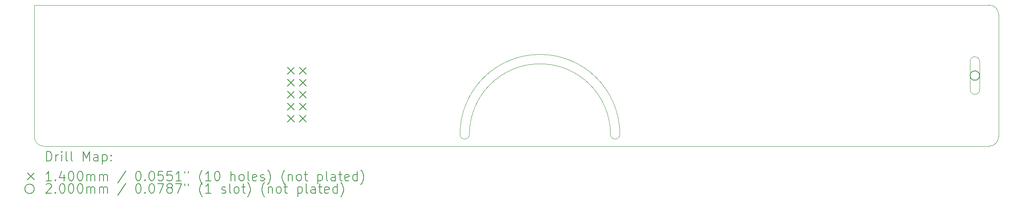
<source format=gbr>
%TF.GenerationSoftware,KiCad,Pcbnew,9.0.5*%
%TF.CreationDate,2026-01-13T02:28:26+08:00*%
%TF.ProjectId,epd-pcb-ruler,6570642d-7063-4622-9d72-756c65722e6b,rev?*%
%TF.SameCoordinates,Original*%
%TF.FileFunction,Drillmap*%
%TF.FilePolarity,Positive*%
%FSLAX45Y45*%
G04 Gerber Fmt 4.5, Leading zero omitted, Abs format (unit mm)*
G04 Created by KiCad (PCBNEW 9.0.5) date 2026-01-13 02:28:26*
%MOMM*%
%LPD*%
G01*
G04 APERTURE LIST*
%ADD10C,0.050000*%
%ADD11C,0.200000*%
%ADD12C,0.140000*%
%ADD13C,0.100000*%
G04 APERTURE END LIST*
D10*
X12706000Y-11132000D02*
G75*
G02*
X16106000Y-11132000I1700000J0D01*
G01*
X12906000Y-11132000D02*
G75*
G02*
X15906000Y-11132000I1500000J0D01*
G01*
X24156000Y-11182000D02*
G75*
G02*
X23956000Y-11382000I-200000J0D01*
G01*
X23956000Y-8382000D02*
G75*
G02*
X24156000Y-8582000I0J-200000D01*
G01*
X23956000Y-11382000D02*
X3856000Y-11382000D01*
X3656000Y-11182000D02*
X3656000Y-8382000D01*
X3856000Y-11382000D02*
G75*
G02*
X3656000Y-11182000I0J200000D01*
G01*
X16106000Y-11132000D02*
G75*
G02*
X15906000Y-11132000I-100000J0D01*
G01*
X3656000Y-8382000D02*
X23956000Y-8382000D01*
X12906000Y-11132000D02*
G75*
G02*
X12706000Y-11132000I-100000J0D01*
G01*
X24156000Y-8582000D02*
X24156000Y-11182000D01*
D11*
D12*
X9042500Y-9707950D02*
X9182500Y-9847950D01*
X9182500Y-9707950D02*
X9042500Y-9847950D01*
X9042500Y-9961950D02*
X9182500Y-10101950D01*
X9182500Y-9961950D02*
X9042500Y-10101950D01*
X9042500Y-10215950D02*
X9182500Y-10355950D01*
X9182500Y-10215950D02*
X9042500Y-10355950D01*
X9042500Y-10469950D02*
X9182500Y-10609950D01*
X9182500Y-10469950D02*
X9042500Y-10609950D01*
X9042500Y-10723950D02*
X9182500Y-10863950D01*
X9182500Y-10723950D02*
X9042500Y-10863950D01*
X9296500Y-9707950D02*
X9436500Y-9847950D01*
X9436500Y-9707950D02*
X9296500Y-9847950D01*
X9296500Y-9961950D02*
X9436500Y-10101950D01*
X9436500Y-9961950D02*
X9296500Y-10101950D01*
X9296500Y-10215950D02*
X9436500Y-10355950D01*
X9436500Y-10215950D02*
X9296500Y-10355950D01*
X9296500Y-10469950D02*
X9436500Y-10609950D01*
X9436500Y-10469950D02*
X9296500Y-10609950D01*
X9296500Y-10723950D02*
X9436500Y-10863950D01*
X9436500Y-10723950D02*
X9296500Y-10863950D01*
D11*
X23752429Y-9882000D02*
G75*
G02*
X23552429Y-9882000I-100000J0D01*
G01*
X23552429Y-9882000D02*
G75*
G02*
X23752429Y-9882000I100000J0D01*
G01*
D13*
X23552429Y-9582000D02*
X23552429Y-10182000D01*
X23752429Y-10182000D02*
G75*
G02*
X23552429Y-10182000I-100000J0D01*
G01*
X23752429Y-10182000D02*
X23752429Y-9582000D01*
X23752429Y-9582000D02*
G75*
G03*
X23552429Y-9582000I-100000J0D01*
G01*
D11*
X3914277Y-11695984D02*
X3914277Y-11495984D01*
X3914277Y-11495984D02*
X3961896Y-11495984D01*
X3961896Y-11495984D02*
X3990467Y-11505508D01*
X3990467Y-11505508D02*
X4009515Y-11524555D01*
X4009515Y-11524555D02*
X4019039Y-11543603D01*
X4019039Y-11543603D02*
X4028562Y-11581698D01*
X4028562Y-11581698D02*
X4028562Y-11610269D01*
X4028562Y-11610269D02*
X4019039Y-11648365D01*
X4019039Y-11648365D02*
X4009515Y-11667412D01*
X4009515Y-11667412D02*
X3990467Y-11686460D01*
X3990467Y-11686460D02*
X3961896Y-11695984D01*
X3961896Y-11695984D02*
X3914277Y-11695984D01*
X4114277Y-11695984D02*
X4114277Y-11562650D01*
X4114277Y-11600746D02*
X4123801Y-11581698D01*
X4123801Y-11581698D02*
X4133324Y-11572174D01*
X4133324Y-11572174D02*
X4152372Y-11562650D01*
X4152372Y-11562650D02*
X4171420Y-11562650D01*
X4238086Y-11695984D02*
X4238086Y-11562650D01*
X4238086Y-11495984D02*
X4228563Y-11505508D01*
X4228563Y-11505508D02*
X4238086Y-11515031D01*
X4238086Y-11515031D02*
X4247610Y-11505508D01*
X4247610Y-11505508D02*
X4238086Y-11495984D01*
X4238086Y-11495984D02*
X4238086Y-11515031D01*
X4361896Y-11695984D02*
X4342848Y-11686460D01*
X4342848Y-11686460D02*
X4333324Y-11667412D01*
X4333324Y-11667412D02*
X4333324Y-11495984D01*
X4466658Y-11695984D02*
X4447610Y-11686460D01*
X4447610Y-11686460D02*
X4438086Y-11667412D01*
X4438086Y-11667412D02*
X4438086Y-11495984D01*
X4695229Y-11695984D02*
X4695229Y-11495984D01*
X4695229Y-11495984D02*
X4761896Y-11638841D01*
X4761896Y-11638841D02*
X4828563Y-11495984D01*
X4828563Y-11495984D02*
X4828563Y-11695984D01*
X5009515Y-11695984D02*
X5009515Y-11591222D01*
X5009515Y-11591222D02*
X4999991Y-11572174D01*
X4999991Y-11572174D02*
X4980944Y-11562650D01*
X4980944Y-11562650D02*
X4942848Y-11562650D01*
X4942848Y-11562650D02*
X4923801Y-11572174D01*
X5009515Y-11686460D02*
X4990467Y-11695984D01*
X4990467Y-11695984D02*
X4942848Y-11695984D01*
X4942848Y-11695984D02*
X4923801Y-11686460D01*
X4923801Y-11686460D02*
X4914277Y-11667412D01*
X4914277Y-11667412D02*
X4914277Y-11648365D01*
X4914277Y-11648365D02*
X4923801Y-11629317D01*
X4923801Y-11629317D02*
X4942848Y-11619793D01*
X4942848Y-11619793D02*
X4990467Y-11619793D01*
X4990467Y-11619793D02*
X5009515Y-11610269D01*
X5104753Y-11562650D02*
X5104753Y-11762650D01*
X5104753Y-11572174D02*
X5123801Y-11562650D01*
X5123801Y-11562650D02*
X5161896Y-11562650D01*
X5161896Y-11562650D02*
X5180944Y-11572174D01*
X5180944Y-11572174D02*
X5190467Y-11581698D01*
X5190467Y-11581698D02*
X5199991Y-11600746D01*
X5199991Y-11600746D02*
X5199991Y-11657888D01*
X5199991Y-11657888D02*
X5190467Y-11676936D01*
X5190467Y-11676936D02*
X5180944Y-11686460D01*
X5180944Y-11686460D02*
X5161896Y-11695984D01*
X5161896Y-11695984D02*
X5123801Y-11695984D01*
X5123801Y-11695984D02*
X5104753Y-11686460D01*
X5285705Y-11676936D02*
X5295229Y-11686460D01*
X5295229Y-11686460D02*
X5285705Y-11695984D01*
X5285705Y-11695984D02*
X5276182Y-11686460D01*
X5276182Y-11686460D02*
X5285705Y-11676936D01*
X5285705Y-11676936D02*
X5285705Y-11695984D01*
X5285705Y-11572174D02*
X5295229Y-11581698D01*
X5295229Y-11581698D02*
X5285705Y-11591222D01*
X5285705Y-11591222D02*
X5276182Y-11581698D01*
X5276182Y-11581698D02*
X5285705Y-11572174D01*
X5285705Y-11572174D02*
X5285705Y-11591222D01*
D12*
X3513500Y-11954500D02*
X3653500Y-12094500D01*
X3653500Y-11954500D02*
X3513500Y-12094500D01*
D11*
X4019039Y-12115984D02*
X3904753Y-12115984D01*
X3961896Y-12115984D02*
X3961896Y-11915984D01*
X3961896Y-11915984D02*
X3942848Y-11944555D01*
X3942848Y-11944555D02*
X3923801Y-11963603D01*
X3923801Y-11963603D02*
X3904753Y-11973127D01*
X4104753Y-12096936D02*
X4114277Y-12106460D01*
X4114277Y-12106460D02*
X4104753Y-12115984D01*
X4104753Y-12115984D02*
X4095229Y-12106460D01*
X4095229Y-12106460D02*
X4104753Y-12096936D01*
X4104753Y-12096936D02*
X4104753Y-12115984D01*
X4285705Y-11982650D02*
X4285705Y-12115984D01*
X4238086Y-11906460D02*
X4190467Y-12049317D01*
X4190467Y-12049317D02*
X4314277Y-12049317D01*
X4428563Y-11915984D02*
X4447610Y-11915984D01*
X4447610Y-11915984D02*
X4466658Y-11925508D01*
X4466658Y-11925508D02*
X4476182Y-11935031D01*
X4476182Y-11935031D02*
X4485705Y-11954079D01*
X4485705Y-11954079D02*
X4495229Y-11992174D01*
X4495229Y-11992174D02*
X4495229Y-12039793D01*
X4495229Y-12039793D02*
X4485705Y-12077888D01*
X4485705Y-12077888D02*
X4476182Y-12096936D01*
X4476182Y-12096936D02*
X4466658Y-12106460D01*
X4466658Y-12106460D02*
X4447610Y-12115984D01*
X4447610Y-12115984D02*
X4428563Y-12115984D01*
X4428563Y-12115984D02*
X4409515Y-12106460D01*
X4409515Y-12106460D02*
X4399991Y-12096936D01*
X4399991Y-12096936D02*
X4390467Y-12077888D01*
X4390467Y-12077888D02*
X4380944Y-12039793D01*
X4380944Y-12039793D02*
X4380944Y-11992174D01*
X4380944Y-11992174D02*
X4390467Y-11954079D01*
X4390467Y-11954079D02*
X4399991Y-11935031D01*
X4399991Y-11935031D02*
X4409515Y-11925508D01*
X4409515Y-11925508D02*
X4428563Y-11915984D01*
X4619039Y-11915984D02*
X4638086Y-11915984D01*
X4638086Y-11915984D02*
X4657134Y-11925508D01*
X4657134Y-11925508D02*
X4666658Y-11935031D01*
X4666658Y-11935031D02*
X4676182Y-11954079D01*
X4676182Y-11954079D02*
X4685705Y-11992174D01*
X4685705Y-11992174D02*
X4685705Y-12039793D01*
X4685705Y-12039793D02*
X4676182Y-12077888D01*
X4676182Y-12077888D02*
X4666658Y-12096936D01*
X4666658Y-12096936D02*
X4657134Y-12106460D01*
X4657134Y-12106460D02*
X4638086Y-12115984D01*
X4638086Y-12115984D02*
X4619039Y-12115984D01*
X4619039Y-12115984D02*
X4599991Y-12106460D01*
X4599991Y-12106460D02*
X4590467Y-12096936D01*
X4590467Y-12096936D02*
X4580944Y-12077888D01*
X4580944Y-12077888D02*
X4571420Y-12039793D01*
X4571420Y-12039793D02*
X4571420Y-11992174D01*
X4571420Y-11992174D02*
X4580944Y-11954079D01*
X4580944Y-11954079D02*
X4590467Y-11935031D01*
X4590467Y-11935031D02*
X4599991Y-11925508D01*
X4599991Y-11925508D02*
X4619039Y-11915984D01*
X4771420Y-12115984D02*
X4771420Y-11982650D01*
X4771420Y-12001698D02*
X4780944Y-11992174D01*
X4780944Y-11992174D02*
X4799991Y-11982650D01*
X4799991Y-11982650D02*
X4828563Y-11982650D01*
X4828563Y-11982650D02*
X4847610Y-11992174D01*
X4847610Y-11992174D02*
X4857134Y-12011222D01*
X4857134Y-12011222D02*
X4857134Y-12115984D01*
X4857134Y-12011222D02*
X4866658Y-11992174D01*
X4866658Y-11992174D02*
X4885705Y-11982650D01*
X4885705Y-11982650D02*
X4914277Y-11982650D01*
X4914277Y-11982650D02*
X4933325Y-11992174D01*
X4933325Y-11992174D02*
X4942848Y-12011222D01*
X4942848Y-12011222D02*
X4942848Y-12115984D01*
X5038086Y-12115984D02*
X5038086Y-11982650D01*
X5038086Y-12001698D02*
X5047610Y-11992174D01*
X5047610Y-11992174D02*
X5066658Y-11982650D01*
X5066658Y-11982650D02*
X5095229Y-11982650D01*
X5095229Y-11982650D02*
X5114277Y-11992174D01*
X5114277Y-11992174D02*
X5123801Y-12011222D01*
X5123801Y-12011222D02*
X5123801Y-12115984D01*
X5123801Y-12011222D02*
X5133325Y-11992174D01*
X5133325Y-11992174D02*
X5152372Y-11982650D01*
X5152372Y-11982650D02*
X5180944Y-11982650D01*
X5180944Y-11982650D02*
X5199991Y-11992174D01*
X5199991Y-11992174D02*
X5209515Y-12011222D01*
X5209515Y-12011222D02*
X5209515Y-12115984D01*
X5599991Y-11906460D02*
X5428563Y-12163603D01*
X5857134Y-11915984D02*
X5876182Y-11915984D01*
X5876182Y-11915984D02*
X5895229Y-11925508D01*
X5895229Y-11925508D02*
X5904753Y-11935031D01*
X5904753Y-11935031D02*
X5914277Y-11954079D01*
X5914277Y-11954079D02*
X5923801Y-11992174D01*
X5923801Y-11992174D02*
X5923801Y-12039793D01*
X5923801Y-12039793D02*
X5914277Y-12077888D01*
X5914277Y-12077888D02*
X5904753Y-12096936D01*
X5904753Y-12096936D02*
X5895229Y-12106460D01*
X5895229Y-12106460D02*
X5876182Y-12115984D01*
X5876182Y-12115984D02*
X5857134Y-12115984D01*
X5857134Y-12115984D02*
X5838086Y-12106460D01*
X5838086Y-12106460D02*
X5828563Y-12096936D01*
X5828563Y-12096936D02*
X5819039Y-12077888D01*
X5819039Y-12077888D02*
X5809515Y-12039793D01*
X5809515Y-12039793D02*
X5809515Y-11992174D01*
X5809515Y-11992174D02*
X5819039Y-11954079D01*
X5819039Y-11954079D02*
X5828563Y-11935031D01*
X5828563Y-11935031D02*
X5838086Y-11925508D01*
X5838086Y-11925508D02*
X5857134Y-11915984D01*
X6009515Y-12096936D02*
X6019039Y-12106460D01*
X6019039Y-12106460D02*
X6009515Y-12115984D01*
X6009515Y-12115984D02*
X5999991Y-12106460D01*
X5999991Y-12106460D02*
X6009515Y-12096936D01*
X6009515Y-12096936D02*
X6009515Y-12115984D01*
X6142848Y-11915984D02*
X6161896Y-11915984D01*
X6161896Y-11915984D02*
X6180944Y-11925508D01*
X6180944Y-11925508D02*
X6190467Y-11935031D01*
X6190467Y-11935031D02*
X6199991Y-11954079D01*
X6199991Y-11954079D02*
X6209515Y-11992174D01*
X6209515Y-11992174D02*
X6209515Y-12039793D01*
X6209515Y-12039793D02*
X6199991Y-12077888D01*
X6199991Y-12077888D02*
X6190467Y-12096936D01*
X6190467Y-12096936D02*
X6180944Y-12106460D01*
X6180944Y-12106460D02*
X6161896Y-12115984D01*
X6161896Y-12115984D02*
X6142848Y-12115984D01*
X6142848Y-12115984D02*
X6123801Y-12106460D01*
X6123801Y-12106460D02*
X6114277Y-12096936D01*
X6114277Y-12096936D02*
X6104753Y-12077888D01*
X6104753Y-12077888D02*
X6095229Y-12039793D01*
X6095229Y-12039793D02*
X6095229Y-11992174D01*
X6095229Y-11992174D02*
X6104753Y-11954079D01*
X6104753Y-11954079D02*
X6114277Y-11935031D01*
X6114277Y-11935031D02*
X6123801Y-11925508D01*
X6123801Y-11925508D02*
X6142848Y-11915984D01*
X6390467Y-11915984D02*
X6295229Y-11915984D01*
X6295229Y-11915984D02*
X6285706Y-12011222D01*
X6285706Y-12011222D02*
X6295229Y-12001698D01*
X6295229Y-12001698D02*
X6314277Y-11992174D01*
X6314277Y-11992174D02*
X6361896Y-11992174D01*
X6361896Y-11992174D02*
X6380944Y-12001698D01*
X6380944Y-12001698D02*
X6390467Y-12011222D01*
X6390467Y-12011222D02*
X6399991Y-12030269D01*
X6399991Y-12030269D02*
X6399991Y-12077888D01*
X6399991Y-12077888D02*
X6390467Y-12096936D01*
X6390467Y-12096936D02*
X6380944Y-12106460D01*
X6380944Y-12106460D02*
X6361896Y-12115984D01*
X6361896Y-12115984D02*
X6314277Y-12115984D01*
X6314277Y-12115984D02*
X6295229Y-12106460D01*
X6295229Y-12106460D02*
X6285706Y-12096936D01*
X6580944Y-11915984D02*
X6485706Y-11915984D01*
X6485706Y-11915984D02*
X6476182Y-12011222D01*
X6476182Y-12011222D02*
X6485706Y-12001698D01*
X6485706Y-12001698D02*
X6504753Y-11992174D01*
X6504753Y-11992174D02*
X6552372Y-11992174D01*
X6552372Y-11992174D02*
X6571420Y-12001698D01*
X6571420Y-12001698D02*
X6580944Y-12011222D01*
X6580944Y-12011222D02*
X6590467Y-12030269D01*
X6590467Y-12030269D02*
X6590467Y-12077888D01*
X6590467Y-12077888D02*
X6580944Y-12096936D01*
X6580944Y-12096936D02*
X6571420Y-12106460D01*
X6571420Y-12106460D02*
X6552372Y-12115984D01*
X6552372Y-12115984D02*
X6504753Y-12115984D01*
X6504753Y-12115984D02*
X6485706Y-12106460D01*
X6485706Y-12106460D02*
X6476182Y-12096936D01*
X6780944Y-12115984D02*
X6666658Y-12115984D01*
X6723801Y-12115984D02*
X6723801Y-11915984D01*
X6723801Y-11915984D02*
X6704753Y-11944555D01*
X6704753Y-11944555D02*
X6685706Y-11963603D01*
X6685706Y-11963603D02*
X6666658Y-11973127D01*
X6857134Y-11915984D02*
X6857134Y-11954079D01*
X6933325Y-11915984D02*
X6933325Y-11954079D01*
X7228563Y-12192174D02*
X7219039Y-12182650D01*
X7219039Y-12182650D02*
X7199991Y-12154079D01*
X7199991Y-12154079D02*
X7190468Y-12135031D01*
X7190468Y-12135031D02*
X7180944Y-12106460D01*
X7180944Y-12106460D02*
X7171420Y-12058841D01*
X7171420Y-12058841D02*
X7171420Y-12020746D01*
X7171420Y-12020746D02*
X7180944Y-11973127D01*
X7180944Y-11973127D02*
X7190468Y-11944555D01*
X7190468Y-11944555D02*
X7199991Y-11925508D01*
X7199991Y-11925508D02*
X7219039Y-11896936D01*
X7219039Y-11896936D02*
X7228563Y-11887412D01*
X7409515Y-12115984D02*
X7295229Y-12115984D01*
X7352372Y-12115984D02*
X7352372Y-11915984D01*
X7352372Y-11915984D02*
X7333325Y-11944555D01*
X7333325Y-11944555D02*
X7314277Y-11963603D01*
X7314277Y-11963603D02*
X7295229Y-11973127D01*
X7533325Y-11915984D02*
X7552372Y-11915984D01*
X7552372Y-11915984D02*
X7571420Y-11925508D01*
X7571420Y-11925508D02*
X7580944Y-11935031D01*
X7580944Y-11935031D02*
X7590468Y-11954079D01*
X7590468Y-11954079D02*
X7599991Y-11992174D01*
X7599991Y-11992174D02*
X7599991Y-12039793D01*
X7599991Y-12039793D02*
X7590468Y-12077888D01*
X7590468Y-12077888D02*
X7580944Y-12096936D01*
X7580944Y-12096936D02*
X7571420Y-12106460D01*
X7571420Y-12106460D02*
X7552372Y-12115984D01*
X7552372Y-12115984D02*
X7533325Y-12115984D01*
X7533325Y-12115984D02*
X7514277Y-12106460D01*
X7514277Y-12106460D02*
X7504753Y-12096936D01*
X7504753Y-12096936D02*
X7495229Y-12077888D01*
X7495229Y-12077888D02*
X7485706Y-12039793D01*
X7485706Y-12039793D02*
X7485706Y-11992174D01*
X7485706Y-11992174D02*
X7495229Y-11954079D01*
X7495229Y-11954079D02*
X7504753Y-11935031D01*
X7504753Y-11935031D02*
X7514277Y-11925508D01*
X7514277Y-11925508D02*
X7533325Y-11915984D01*
X7838087Y-12115984D02*
X7838087Y-11915984D01*
X7923801Y-12115984D02*
X7923801Y-12011222D01*
X7923801Y-12011222D02*
X7914277Y-11992174D01*
X7914277Y-11992174D02*
X7895230Y-11982650D01*
X7895230Y-11982650D02*
X7866658Y-11982650D01*
X7866658Y-11982650D02*
X7847610Y-11992174D01*
X7847610Y-11992174D02*
X7838087Y-12001698D01*
X8047610Y-12115984D02*
X8028563Y-12106460D01*
X8028563Y-12106460D02*
X8019039Y-12096936D01*
X8019039Y-12096936D02*
X8009515Y-12077888D01*
X8009515Y-12077888D02*
X8009515Y-12020746D01*
X8009515Y-12020746D02*
X8019039Y-12001698D01*
X8019039Y-12001698D02*
X8028563Y-11992174D01*
X8028563Y-11992174D02*
X8047610Y-11982650D01*
X8047610Y-11982650D02*
X8076182Y-11982650D01*
X8076182Y-11982650D02*
X8095230Y-11992174D01*
X8095230Y-11992174D02*
X8104753Y-12001698D01*
X8104753Y-12001698D02*
X8114277Y-12020746D01*
X8114277Y-12020746D02*
X8114277Y-12077888D01*
X8114277Y-12077888D02*
X8104753Y-12096936D01*
X8104753Y-12096936D02*
X8095230Y-12106460D01*
X8095230Y-12106460D02*
X8076182Y-12115984D01*
X8076182Y-12115984D02*
X8047610Y-12115984D01*
X8228563Y-12115984D02*
X8209515Y-12106460D01*
X8209515Y-12106460D02*
X8199991Y-12087412D01*
X8199991Y-12087412D02*
X8199991Y-11915984D01*
X8380944Y-12106460D02*
X8361896Y-12115984D01*
X8361896Y-12115984D02*
X8323801Y-12115984D01*
X8323801Y-12115984D02*
X8304753Y-12106460D01*
X8304753Y-12106460D02*
X8295230Y-12087412D01*
X8295230Y-12087412D02*
X8295230Y-12011222D01*
X8295230Y-12011222D02*
X8304753Y-11992174D01*
X8304753Y-11992174D02*
X8323801Y-11982650D01*
X8323801Y-11982650D02*
X8361896Y-11982650D01*
X8361896Y-11982650D02*
X8380944Y-11992174D01*
X8380944Y-11992174D02*
X8390468Y-12011222D01*
X8390468Y-12011222D02*
X8390468Y-12030269D01*
X8390468Y-12030269D02*
X8295230Y-12049317D01*
X8466658Y-12106460D02*
X8485706Y-12115984D01*
X8485706Y-12115984D02*
X8523801Y-12115984D01*
X8523801Y-12115984D02*
X8542849Y-12106460D01*
X8542849Y-12106460D02*
X8552373Y-12087412D01*
X8552373Y-12087412D02*
X8552373Y-12077888D01*
X8552373Y-12077888D02*
X8542849Y-12058841D01*
X8542849Y-12058841D02*
X8523801Y-12049317D01*
X8523801Y-12049317D02*
X8495230Y-12049317D01*
X8495230Y-12049317D02*
X8476182Y-12039793D01*
X8476182Y-12039793D02*
X8466658Y-12020746D01*
X8466658Y-12020746D02*
X8466658Y-12011222D01*
X8466658Y-12011222D02*
X8476182Y-11992174D01*
X8476182Y-11992174D02*
X8495230Y-11982650D01*
X8495230Y-11982650D02*
X8523801Y-11982650D01*
X8523801Y-11982650D02*
X8542849Y-11992174D01*
X8619039Y-12192174D02*
X8628563Y-12182650D01*
X8628563Y-12182650D02*
X8647611Y-12154079D01*
X8647611Y-12154079D02*
X8657134Y-12135031D01*
X8657134Y-12135031D02*
X8666658Y-12106460D01*
X8666658Y-12106460D02*
X8676182Y-12058841D01*
X8676182Y-12058841D02*
X8676182Y-12020746D01*
X8676182Y-12020746D02*
X8666658Y-11973127D01*
X8666658Y-11973127D02*
X8657134Y-11944555D01*
X8657134Y-11944555D02*
X8647611Y-11925508D01*
X8647611Y-11925508D02*
X8628563Y-11896936D01*
X8628563Y-11896936D02*
X8619039Y-11887412D01*
X8980944Y-12192174D02*
X8971420Y-12182650D01*
X8971420Y-12182650D02*
X8952373Y-12154079D01*
X8952373Y-12154079D02*
X8942849Y-12135031D01*
X8942849Y-12135031D02*
X8933325Y-12106460D01*
X8933325Y-12106460D02*
X8923801Y-12058841D01*
X8923801Y-12058841D02*
X8923801Y-12020746D01*
X8923801Y-12020746D02*
X8933325Y-11973127D01*
X8933325Y-11973127D02*
X8942849Y-11944555D01*
X8942849Y-11944555D02*
X8952373Y-11925508D01*
X8952373Y-11925508D02*
X8971420Y-11896936D01*
X8971420Y-11896936D02*
X8980944Y-11887412D01*
X9057134Y-11982650D02*
X9057134Y-12115984D01*
X9057134Y-12001698D02*
X9066658Y-11992174D01*
X9066658Y-11992174D02*
X9085706Y-11982650D01*
X9085706Y-11982650D02*
X9114277Y-11982650D01*
X9114277Y-11982650D02*
X9133325Y-11992174D01*
X9133325Y-11992174D02*
X9142849Y-12011222D01*
X9142849Y-12011222D02*
X9142849Y-12115984D01*
X9266658Y-12115984D02*
X9247611Y-12106460D01*
X9247611Y-12106460D02*
X9238087Y-12096936D01*
X9238087Y-12096936D02*
X9228563Y-12077888D01*
X9228563Y-12077888D02*
X9228563Y-12020746D01*
X9228563Y-12020746D02*
X9238087Y-12001698D01*
X9238087Y-12001698D02*
X9247611Y-11992174D01*
X9247611Y-11992174D02*
X9266658Y-11982650D01*
X9266658Y-11982650D02*
X9295230Y-11982650D01*
X9295230Y-11982650D02*
X9314277Y-11992174D01*
X9314277Y-11992174D02*
X9323801Y-12001698D01*
X9323801Y-12001698D02*
X9333325Y-12020746D01*
X9333325Y-12020746D02*
X9333325Y-12077888D01*
X9333325Y-12077888D02*
X9323801Y-12096936D01*
X9323801Y-12096936D02*
X9314277Y-12106460D01*
X9314277Y-12106460D02*
X9295230Y-12115984D01*
X9295230Y-12115984D02*
X9266658Y-12115984D01*
X9390468Y-11982650D02*
X9466658Y-11982650D01*
X9419039Y-11915984D02*
X9419039Y-12087412D01*
X9419039Y-12087412D02*
X9428563Y-12106460D01*
X9428563Y-12106460D02*
X9447611Y-12115984D01*
X9447611Y-12115984D02*
X9466658Y-12115984D01*
X9685706Y-11982650D02*
X9685706Y-12182650D01*
X9685706Y-11992174D02*
X9704754Y-11982650D01*
X9704754Y-11982650D02*
X9742849Y-11982650D01*
X9742849Y-11982650D02*
X9761896Y-11992174D01*
X9761896Y-11992174D02*
X9771420Y-12001698D01*
X9771420Y-12001698D02*
X9780944Y-12020746D01*
X9780944Y-12020746D02*
X9780944Y-12077888D01*
X9780944Y-12077888D02*
X9771420Y-12096936D01*
X9771420Y-12096936D02*
X9761896Y-12106460D01*
X9761896Y-12106460D02*
X9742849Y-12115984D01*
X9742849Y-12115984D02*
X9704754Y-12115984D01*
X9704754Y-12115984D02*
X9685706Y-12106460D01*
X9895230Y-12115984D02*
X9876182Y-12106460D01*
X9876182Y-12106460D02*
X9866658Y-12087412D01*
X9866658Y-12087412D02*
X9866658Y-11915984D01*
X10057135Y-12115984D02*
X10057135Y-12011222D01*
X10057135Y-12011222D02*
X10047611Y-11992174D01*
X10047611Y-11992174D02*
X10028563Y-11982650D01*
X10028563Y-11982650D02*
X9990468Y-11982650D01*
X9990468Y-11982650D02*
X9971420Y-11992174D01*
X10057135Y-12106460D02*
X10038087Y-12115984D01*
X10038087Y-12115984D02*
X9990468Y-12115984D01*
X9990468Y-12115984D02*
X9971420Y-12106460D01*
X9971420Y-12106460D02*
X9961896Y-12087412D01*
X9961896Y-12087412D02*
X9961896Y-12068365D01*
X9961896Y-12068365D02*
X9971420Y-12049317D01*
X9971420Y-12049317D02*
X9990468Y-12039793D01*
X9990468Y-12039793D02*
X10038087Y-12039793D01*
X10038087Y-12039793D02*
X10057135Y-12030269D01*
X10123801Y-11982650D02*
X10199992Y-11982650D01*
X10152373Y-11915984D02*
X10152373Y-12087412D01*
X10152373Y-12087412D02*
X10161896Y-12106460D01*
X10161896Y-12106460D02*
X10180944Y-12115984D01*
X10180944Y-12115984D02*
X10199992Y-12115984D01*
X10342849Y-12106460D02*
X10323801Y-12115984D01*
X10323801Y-12115984D02*
X10285706Y-12115984D01*
X10285706Y-12115984D02*
X10266658Y-12106460D01*
X10266658Y-12106460D02*
X10257135Y-12087412D01*
X10257135Y-12087412D02*
X10257135Y-12011222D01*
X10257135Y-12011222D02*
X10266658Y-11992174D01*
X10266658Y-11992174D02*
X10285706Y-11982650D01*
X10285706Y-11982650D02*
X10323801Y-11982650D01*
X10323801Y-11982650D02*
X10342849Y-11992174D01*
X10342849Y-11992174D02*
X10352373Y-12011222D01*
X10352373Y-12011222D02*
X10352373Y-12030269D01*
X10352373Y-12030269D02*
X10257135Y-12049317D01*
X10523801Y-12115984D02*
X10523801Y-11915984D01*
X10523801Y-12106460D02*
X10504754Y-12115984D01*
X10504754Y-12115984D02*
X10466658Y-12115984D01*
X10466658Y-12115984D02*
X10447611Y-12106460D01*
X10447611Y-12106460D02*
X10438087Y-12096936D01*
X10438087Y-12096936D02*
X10428563Y-12077888D01*
X10428563Y-12077888D02*
X10428563Y-12020746D01*
X10428563Y-12020746D02*
X10438087Y-12001698D01*
X10438087Y-12001698D02*
X10447611Y-11992174D01*
X10447611Y-11992174D02*
X10466658Y-11982650D01*
X10466658Y-11982650D02*
X10504754Y-11982650D01*
X10504754Y-11982650D02*
X10523801Y-11992174D01*
X10599992Y-12192174D02*
X10609516Y-12182650D01*
X10609516Y-12182650D02*
X10628563Y-12154079D01*
X10628563Y-12154079D02*
X10638087Y-12135031D01*
X10638087Y-12135031D02*
X10647611Y-12106460D01*
X10647611Y-12106460D02*
X10657135Y-12058841D01*
X10657135Y-12058841D02*
X10657135Y-12020746D01*
X10657135Y-12020746D02*
X10647611Y-11973127D01*
X10647611Y-11973127D02*
X10638087Y-11944555D01*
X10638087Y-11944555D02*
X10628563Y-11925508D01*
X10628563Y-11925508D02*
X10609516Y-11896936D01*
X10609516Y-11896936D02*
X10599992Y-11887412D01*
X3653500Y-12288500D02*
G75*
G02*
X3453500Y-12288500I-100000J0D01*
G01*
X3453500Y-12288500D02*
G75*
G02*
X3653500Y-12288500I100000J0D01*
G01*
X3904753Y-12199031D02*
X3914277Y-12189508D01*
X3914277Y-12189508D02*
X3933324Y-12179984D01*
X3933324Y-12179984D02*
X3980943Y-12179984D01*
X3980943Y-12179984D02*
X3999991Y-12189508D01*
X3999991Y-12189508D02*
X4009515Y-12199031D01*
X4009515Y-12199031D02*
X4019039Y-12218079D01*
X4019039Y-12218079D02*
X4019039Y-12237127D01*
X4019039Y-12237127D02*
X4009515Y-12265698D01*
X4009515Y-12265698D02*
X3895229Y-12379984D01*
X3895229Y-12379984D02*
X4019039Y-12379984D01*
X4104753Y-12360936D02*
X4114277Y-12370460D01*
X4114277Y-12370460D02*
X4104753Y-12379984D01*
X4104753Y-12379984D02*
X4095229Y-12370460D01*
X4095229Y-12370460D02*
X4104753Y-12360936D01*
X4104753Y-12360936D02*
X4104753Y-12379984D01*
X4238086Y-12179984D02*
X4257134Y-12179984D01*
X4257134Y-12179984D02*
X4276182Y-12189508D01*
X4276182Y-12189508D02*
X4285705Y-12199031D01*
X4285705Y-12199031D02*
X4295229Y-12218079D01*
X4295229Y-12218079D02*
X4304753Y-12256174D01*
X4304753Y-12256174D02*
X4304753Y-12303793D01*
X4304753Y-12303793D02*
X4295229Y-12341888D01*
X4295229Y-12341888D02*
X4285705Y-12360936D01*
X4285705Y-12360936D02*
X4276182Y-12370460D01*
X4276182Y-12370460D02*
X4257134Y-12379984D01*
X4257134Y-12379984D02*
X4238086Y-12379984D01*
X4238086Y-12379984D02*
X4219039Y-12370460D01*
X4219039Y-12370460D02*
X4209515Y-12360936D01*
X4209515Y-12360936D02*
X4199991Y-12341888D01*
X4199991Y-12341888D02*
X4190467Y-12303793D01*
X4190467Y-12303793D02*
X4190467Y-12256174D01*
X4190467Y-12256174D02*
X4199991Y-12218079D01*
X4199991Y-12218079D02*
X4209515Y-12199031D01*
X4209515Y-12199031D02*
X4219039Y-12189508D01*
X4219039Y-12189508D02*
X4238086Y-12179984D01*
X4428563Y-12179984D02*
X4447610Y-12179984D01*
X4447610Y-12179984D02*
X4466658Y-12189508D01*
X4466658Y-12189508D02*
X4476182Y-12199031D01*
X4476182Y-12199031D02*
X4485705Y-12218079D01*
X4485705Y-12218079D02*
X4495229Y-12256174D01*
X4495229Y-12256174D02*
X4495229Y-12303793D01*
X4495229Y-12303793D02*
X4485705Y-12341888D01*
X4485705Y-12341888D02*
X4476182Y-12360936D01*
X4476182Y-12360936D02*
X4466658Y-12370460D01*
X4466658Y-12370460D02*
X4447610Y-12379984D01*
X4447610Y-12379984D02*
X4428563Y-12379984D01*
X4428563Y-12379984D02*
X4409515Y-12370460D01*
X4409515Y-12370460D02*
X4399991Y-12360936D01*
X4399991Y-12360936D02*
X4390467Y-12341888D01*
X4390467Y-12341888D02*
X4380944Y-12303793D01*
X4380944Y-12303793D02*
X4380944Y-12256174D01*
X4380944Y-12256174D02*
X4390467Y-12218079D01*
X4390467Y-12218079D02*
X4399991Y-12199031D01*
X4399991Y-12199031D02*
X4409515Y-12189508D01*
X4409515Y-12189508D02*
X4428563Y-12179984D01*
X4619039Y-12179984D02*
X4638086Y-12179984D01*
X4638086Y-12179984D02*
X4657134Y-12189508D01*
X4657134Y-12189508D02*
X4666658Y-12199031D01*
X4666658Y-12199031D02*
X4676182Y-12218079D01*
X4676182Y-12218079D02*
X4685705Y-12256174D01*
X4685705Y-12256174D02*
X4685705Y-12303793D01*
X4685705Y-12303793D02*
X4676182Y-12341888D01*
X4676182Y-12341888D02*
X4666658Y-12360936D01*
X4666658Y-12360936D02*
X4657134Y-12370460D01*
X4657134Y-12370460D02*
X4638086Y-12379984D01*
X4638086Y-12379984D02*
X4619039Y-12379984D01*
X4619039Y-12379984D02*
X4599991Y-12370460D01*
X4599991Y-12370460D02*
X4590467Y-12360936D01*
X4590467Y-12360936D02*
X4580944Y-12341888D01*
X4580944Y-12341888D02*
X4571420Y-12303793D01*
X4571420Y-12303793D02*
X4571420Y-12256174D01*
X4571420Y-12256174D02*
X4580944Y-12218079D01*
X4580944Y-12218079D02*
X4590467Y-12199031D01*
X4590467Y-12199031D02*
X4599991Y-12189508D01*
X4599991Y-12189508D02*
X4619039Y-12179984D01*
X4771420Y-12379984D02*
X4771420Y-12246650D01*
X4771420Y-12265698D02*
X4780944Y-12256174D01*
X4780944Y-12256174D02*
X4799991Y-12246650D01*
X4799991Y-12246650D02*
X4828563Y-12246650D01*
X4828563Y-12246650D02*
X4847610Y-12256174D01*
X4847610Y-12256174D02*
X4857134Y-12275222D01*
X4857134Y-12275222D02*
X4857134Y-12379984D01*
X4857134Y-12275222D02*
X4866658Y-12256174D01*
X4866658Y-12256174D02*
X4885705Y-12246650D01*
X4885705Y-12246650D02*
X4914277Y-12246650D01*
X4914277Y-12246650D02*
X4933325Y-12256174D01*
X4933325Y-12256174D02*
X4942848Y-12275222D01*
X4942848Y-12275222D02*
X4942848Y-12379984D01*
X5038086Y-12379984D02*
X5038086Y-12246650D01*
X5038086Y-12265698D02*
X5047610Y-12256174D01*
X5047610Y-12256174D02*
X5066658Y-12246650D01*
X5066658Y-12246650D02*
X5095229Y-12246650D01*
X5095229Y-12246650D02*
X5114277Y-12256174D01*
X5114277Y-12256174D02*
X5123801Y-12275222D01*
X5123801Y-12275222D02*
X5123801Y-12379984D01*
X5123801Y-12275222D02*
X5133325Y-12256174D01*
X5133325Y-12256174D02*
X5152372Y-12246650D01*
X5152372Y-12246650D02*
X5180944Y-12246650D01*
X5180944Y-12246650D02*
X5199991Y-12256174D01*
X5199991Y-12256174D02*
X5209515Y-12275222D01*
X5209515Y-12275222D02*
X5209515Y-12379984D01*
X5599991Y-12170460D02*
X5428563Y-12427603D01*
X5857134Y-12179984D02*
X5876182Y-12179984D01*
X5876182Y-12179984D02*
X5895229Y-12189508D01*
X5895229Y-12189508D02*
X5904753Y-12199031D01*
X5904753Y-12199031D02*
X5914277Y-12218079D01*
X5914277Y-12218079D02*
X5923801Y-12256174D01*
X5923801Y-12256174D02*
X5923801Y-12303793D01*
X5923801Y-12303793D02*
X5914277Y-12341888D01*
X5914277Y-12341888D02*
X5904753Y-12360936D01*
X5904753Y-12360936D02*
X5895229Y-12370460D01*
X5895229Y-12370460D02*
X5876182Y-12379984D01*
X5876182Y-12379984D02*
X5857134Y-12379984D01*
X5857134Y-12379984D02*
X5838086Y-12370460D01*
X5838086Y-12370460D02*
X5828563Y-12360936D01*
X5828563Y-12360936D02*
X5819039Y-12341888D01*
X5819039Y-12341888D02*
X5809515Y-12303793D01*
X5809515Y-12303793D02*
X5809515Y-12256174D01*
X5809515Y-12256174D02*
X5819039Y-12218079D01*
X5819039Y-12218079D02*
X5828563Y-12199031D01*
X5828563Y-12199031D02*
X5838086Y-12189508D01*
X5838086Y-12189508D02*
X5857134Y-12179984D01*
X6009515Y-12360936D02*
X6019039Y-12370460D01*
X6019039Y-12370460D02*
X6009515Y-12379984D01*
X6009515Y-12379984D02*
X5999991Y-12370460D01*
X5999991Y-12370460D02*
X6009515Y-12360936D01*
X6009515Y-12360936D02*
X6009515Y-12379984D01*
X6142848Y-12179984D02*
X6161896Y-12179984D01*
X6161896Y-12179984D02*
X6180944Y-12189508D01*
X6180944Y-12189508D02*
X6190467Y-12199031D01*
X6190467Y-12199031D02*
X6199991Y-12218079D01*
X6199991Y-12218079D02*
X6209515Y-12256174D01*
X6209515Y-12256174D02*
X6209515Y-12303793D01*
X6209515Y-12303793D02*
X6199991Y-12341888D01*
X6199991Y-12341888D02*
X6190467Y-12360936D01*
X6190467Y-12360936D02*
X6180944Y-12370460D01*
X6180944Y-12370460D02*
X6161896Y-12379984D01*
X6161896Y-12379984D02*
X6142848Y-12379984D01*
X6142848Y-12379984D02*
X6123801Y-12370460D01*
X6123801Y-12370460D02*
X6114277Y-12360936D01*
X6114277Y-12360936D02*
X6104753Y-12341888D01*
X6104753Y-12341888D02*
X6095229Y-12303793D01*
X6095229Y-12303793D02*
X6095229Y-12256174D01*
X6095229Y-12256174D02*
X6104753Y-12218079D01*
X6104753Y-12218079D02*
X6114277Y-12199031D01*
X6114277Y-12199031D02*
X6123801Y-12189508D01*
X6123801Y-12189508D02*
X6142848Y-12179984D01*
X6276182Y-12179984D02*
X6409515Y-12179984D01*
X6409515Y-12179984D02*
X6323801Y-12379984D01*
X6514277Y-12265698D02*
X6495229Y-12256174D01*
X6495229Y-12256174D02*
X6485706Y-12246650D01*
X6485706Y-12246650D02*
X6476182Y-12227603D01*
X6476182Y-12227603D02*
X6476182Y-12218079D01*
X6476182Y-12218079D02*
X6485706Y-12199031D01*
X6485706Y-12199031D02*
X6495229Y-12189508D01*
X6495229Y-12189508D02*
X6514277Y-12179984D01*
X6514277Y-12179984D02*
X6552372Y-12179984D01*
X6552372Y-12179984D02*
X6571420Y-12189508D01*
X6571420Y-12189508D02*
X6580944Y-12199031D01*
X6580944Y-12199031D02*
X6590467Y-12218079D01*
X6590467Y-12218079D02*
X6590467Y-12227603D01*
X6590467Y-12227603D02*
X6580944Y-12246650D01*
X6580944Y-12246650D02*
X6571420Y-12256174D01*
X6571420Y-12256174D02*
X6552372Y-12265698D01*
X6552372Y-12265698D02*
X6514277Y-12265698D01*
X6514277Y-12265698D02*
X6495229Y-12275222D01*
X6495229Y-12275222D02*
X6485706Y-12284746D01*
X6485706Y-12284746D02*
X6476182Y-12303793D01*
X6476182Y-12303793D02*
X6476182Y-12341888D01*
X6476182Y-12341888D02*
X6485706Y-12360936D01*
X6485706Y-12360936D02*
X6495229Y-12370460D01*
X6495229Y-12370460D02*
X6514277Y-12379984D01*
X6514277Y-12379984D02*
X6552372Y-12379984D01*
X6552372Y-12379984D02*
X6571420Y-12370460D01*
X6571420Y-12370460D02*
X6580944Y-12360936D01*
X6580944Y-12360936D02*
X6590467Y-12341888D01*
X6590467Y-12341888D02*
X6590467Y-12303793D01*
X6590467Y-12303793D02*
X6580944Y-12284746D01*
X6580944Y-12284746D02*
X6571420Y-12275222D01*
X6571420Y-12275222D02*
X6552372Y-12265698D01*
X6657134Y-12179984D02*
X6790467Y-12179984D01*
X6790467Y-12179984D02*
X6704753Y-12379984D01*
X6857134Y-12179984D02*
X6857134Y-12218079D01*
X6933325Y-12179984D02*
X6933325Y-12218079D01*
X7228563Y-12456174D02*
X7219039Y-12446650D01*
X7219039Y-12446650D02*
X7199991Y-12418079D01*
X7199991Y-12418079D02*
X7190468Y-12399031D01*
X7190468Y-12399031D02*
X7180944Y-12370460D01*
X7180944Y-12370460D02*
X7171420Y-12322841D01*
X7171420Y-12322841D02*
X7171420Y-12284746D01*
X7171420Y-12284746D02*
X7180944Y-12237127D01*
X7180944Y-12237127D02*
X7190468Y-12208555D01*
X7190468Y-12208555D02*
X7199991Y-12189508D01*
X7199991Y-12189508D02*
X7219039Y-12160936D01*
X7219039Y-12160936D02*
X7228563Y-12151412D01*
X7409515Y-12379984D02*
X7295229Y-12379984D01*
X7352372Y-12379984D02*
X7352372Y-12179984D01*
X7352372Y-12179984D02*
X7333325Y-12208555D01*
X7333325Y-12208555D02*
X7314277Y-12227603D01*
X7314277Y-12227603D02*
X7295229Y-12237127D01*
X7638087Y-12370460D02*
X7657134Y-12379984D01*
X7657134Y-12379984D02*
X7695229Y-12379984D01*
X7695229Y-12379984D02*
X7714277Y-12370460D01*
X7714277Y-12370460D02*
X7723801Y-12351412D01*
X7723801Y-12351412D02*
X7723801Y-12341888D01*
X7723801Y-12341888D02*
X7714277Y-12322841D01*
X7714277Y-12322841D02*
X7695229Y-12313317D01*
X7695229Y-12313317D02*
X7666658Y-12313317D01*
X7666658Y-12313317D02*
X7647610Y-12303793D01*
X7647610Y-12303793D02*
X7638087Y-12284746D01*
X7638087Y-12284746D02*
X7638087Y-12275222D01*
X7638087Y-12275222D02*
X7647610Y-12256174D01*
X7647610Y-12256174D02*
X7666658Y-12246650D01*
X7666658Y-12246650D02*
X7695229Y-12246650D01*
X7695229Y-12246650D02*
X7714277Y-12256174D01*
X7838087Y-12379984D02*
X7819039Y-12370460D01*
X7819039Y-12370460D02*
X7809515Y-12351412D01*
X7809515Y-12351412D02*
X7809515Y-12179984D01*
X7942849Y-12379984D02*
X7923801Y-12370460D01*
X7923801Y-12370460D02*
X7914277Y-12360936D01*
X7914277Y-12360936D02*
X7904753Y-12341888D01*
X7904753Y-12341888D02*
X7904753Y-12284746D01*
X7904753Y-12284746D02*
X7914277Y-12265698D01*
X7914277Y-12265698D02*
X7923801Y-12256174D01*
X7923801Y-12256174D02*
X7942849Y-12246650D01*
X7942849Y-12246650D02*
X7971420Y-12246650D01*
X7971420Y-12246650D02*
X7990468Y-12256174D01*
X7990468Y-12256174D02*
X7999991Y-12265698D01*
X7999991Y-12265698D02*
X8009515Y-12284746D01*
X8009515Y-12284746D02*
X8009515Y-12341888D01*
X8009515Y-12341888D02*
X7999991Y-12360936D01*
X7999991Y-12360936D02*
X7990468Y-12370460D01*
X7990468Y-12370460D02*
X7971420Y-12379984D01*
X7971420Y-12379984D02*
X7942849Y-12379984D01*
X8066658Y-12246650D02*
X8142849Y-12246650D01*
X8095230Y-12179984D02*
X8095230Y-12351412D01*
X8095230Y-12351412D02*
X8104753Y-12370460D01*
X8104753Y-12370460D02*
X8123801Y-12379984D01*
X8123801Y-12379984D02*
X8142849Y-12379984D01*
X8190468Y-12456174D02*
X8199991Y-12446650D01*
X8199991Y-12446650D02*
X8219039Y-12418079D01*
X8219039Y-12418079D02*
X8228563Y-12399031D01*
X8228563Y-12399031D02*
X8238087Y-12370460D01*
X8238087Y-12370460D02*
X8247610Y-12322841D01*
X8247610Y-12322841D02*
X8247610Y-12284746D01*
X8247610Y-12284746D02*
X8238087Y-12237127D01*
X8238087Y-12237127D02*
X8228563Y-12208555D01*
X8228563Y-12208555D02*
X8219039Y-12189508D01*
X8219039Y-12189508D02*
X8199991Y-12160936D01*
X8199991Y-12160936D02*
X8190468Y-12151412D01*
X8552373Y-12456174D02*
X8542849Y-12446650D01*
X8542849Y-12446650D02*
X8523801Y-12418079D01*
X8523801Y-12418079D02*
X8514277Y-12399031D01*
X8514277Y-12399031D02*
X8504753Y-12370460D01*
X8504753Y-12370460D02*
X8495230Y-12322841D01*
X8495230Y-12322841D02*
X8495230Y-12284746D01*
X8495230Y-12284746D02*
X8504753Y-12237127D01*
X8504753Y-12237127D02*
X8514277Y-12208555D01*
X8514277Y-12208555D02*
X8523801Y-12189508D01*
X8523801Y-12189508D02*
X8542849Y-12160936D01*
X8542849Y-12160936D02*
X8552373Y-12151412D01*
X8628563Y-12246650D02*
X8628563Y-12379984D01*
X8628563Y-12265698D02*
X8638087Y-12256174D01*
X8638087Y-12256174D02*
X8657134Y-12246650D01*
X8657134Y-12246650D02*
X8685706Y-12246650D01*
X8685706Y-12246650D02*
X8704753Y-12256174D01*
X8704753Y-12256174D02*
X8714277Y-12275222D01*
X8714277Y-12275222D02*
X8714277Y-12379984D01*
X8838087Y-12379984D02*
X8819039Y-12370460D01*
X8819039Y-12370460D02*
X8809515Y-12360936D01*
X8809515Y-12360936D02*
X8799992Y-12341888D01*
X8799992Y-12341888D02*
X8799992Y-12284746D01*
X8799992Y-12284746D02*
X8809515Y-12265698D01*
X8809515Y-12265698D02*
X8819039Y-12256174D01*
X8819039Y-12256174D02*
X8838087Y-12246650D01*
X8838087Y-12246650D02*
X8866658Y-12246650D01*
X8866658Y-12246650D02*
X8885706Y-12256174D01*
X8885706Y-12256174D02*
X8895230Y-12265698D01*
X8895230Y-12265698D02*
X8904753Y-12284746D01*
X8904753Y-12284746D02*
X8904753Y-12341888D01*
X8904753Y-12341888D02*
X8895230Y-12360936D01*
X8895230Y-12360936D02*
X8885706Y-12370460D01*
X8885706Y-12370460D02*
X8866658Y-12379984D01*
X8866658Y-12379984D02*
X8838087Y-12379984D01*
X8961896Y-12246650D02*
X9038087Y-12246650D01*
X8990468Y-12179984D02*
X8990468Y-12351412D01*
X8990468Y-12351412D02*
X8999992Y-12370460D01*
X8999992Y-12370460D02*
X9019039Y-12379984D01*
X9019039Y-12379984D02*
X9038087Y-12379984D01*
X9257134Y-12246650D02*
X9257134Y-12446650D01*
X9257134Y-12256174D02*
X9276182Y-12246650D01*
X9276182Y-12246650D02*
X9314277Y-12246650D01*
X9314277Y-12246650D02*
X9333325Y-12256174D01*
X9333325Y-12256174D02*
X9342849Y-12265698D01*
X9342849Y-12265698D02*
X9352373Y-12284746D01*
X9352373Y-12284746D02*
X9352373Y-12341888D01*
X9352373Y-12341888D02*
X9342849Y-12360936D01*
X9342849Y-12360936D02*
X9333325Y-12370460D01*
X9333325Y-12370460D02*
X9314277Y-12379984D01*
X9314277Y-12379984D02*
X9276182Y-12379984D01*
X9276182Y-12379984D02*
X9257134Y-12370460D01*
X9466658Y-12379984D02*
X9447611Y-12370460D01*
X9447611Y-12370460D02*
X9438087Y-12351412D01*
X9438087Y-12351412D02*
X9438087Y-12179984D01*
X9628563Y-12379984D02*
X9628563Y-12275222D01*
X9628563Y-12275222D02*
X9619039Y-12256174D01*
X9619039Y-12256174D02*
X9599992Y-12246650D01*
X9599992Y-12246650D02*
X9561896Y-12246650D01*
X9561896Y-12246650D02*
X9542849Y-12256174D01*
X9628563Y-12370460D02*
X9609515Y-12379984D01*
X9609515Y-12379984D02*
X9561896Y-12379984D01*
X9561896Y-12379984D02*
X9542849Y-12370460D01*
X9542849Y-12370460D02*
X9533325Y-12351412D01*
X9533325Y-12351412D02*
X9533325Y-12332365D01*
X9533325Y-12332365D02*
X9542849Y-12313317D01*
X9542849Y-12313317D02*
X9561896Y-12303793D01*
X9561896Y-12303793D02*
X9609515Y-12303793D01*
X9609515Y-12303793D02*
X9628563Y-12294269D01*
X9695230Y-12246650D02*
X9771420Y-12246650D01*
X9723801Y-12179984D02*
X9723801Y-12351412D01*
X9723801Y-12351412D02*
X9733325Y-12370460D01*
X9733325Y-12370460D02*
X9752373Y-12379984D01*
X9752373Y-12379984D02*
X9771420Y-12379984D01*
X9914277Y-12370460D02*
X9895230Y-12379984D01*
X9895230Y-12379984D02*
X9857134Y-12379984D01*
X9857134Y-12379984D02*
X9838087Y-12370460D01*
X9838087Y-12370460D02*
X9828563Y-12351412D01*
X9828563Y-12351412D02*
X9828563Y-12275222D01*
X9828563Y-12275222D02*
X9838087Y-12256174D01*
X9838087Y-12256174D02*
X9857134Y-12246650D01*
X9857134Y-12246650D02*
X9895230Y-12246650D01*
X9895230Y-12246650D02*
X9914277Y-12256174D01*
X9914277Y-12256174D02*
X9923801Y-12275222D01*
X9923801Y-12275222D02*
X9923801Y-12294269D01*
X9923801Y-12294269D02*
X9828563Y-12313317D01*
X10095230Y-12379984D02*
X10095230Y-12179984D01*
X10095230Y-12370460D02*
X10076182Y-12379984D01*
X10076182Y-12379984D02*
X10038087Y-12379984D01*
X10038087Y-12379984D02*
X10019039Y-12370460D01*
X10019039Y-12370460D02*
X10009515Y-12360936D01*
X10009515Y-12360936D02*
X9999992Y-12341888D01*
X9999992Y-12341888D02*
X9999992Y-12284746D01*
X9999992Y-12284746D02*
X10009515Y-12265698D01*
X10009515Y-12265698D02*
X10019039Y-12256174D01*
X10019039Y-12256174D02*
X10038087Y-12246650D01*
X10038087Y-12246650D02*
X10076182Y-12246650D01*
X10076182Y-12246650D02*
X10095230Y-12256174D01*
X10171420Y-12456174D02*
X10180944Y-12446650D01*
X10180944Y-12446650D02*
X10199992Y-12418079D01*
X10199992Y-12418079D02*
X10209515Y-12399031D01*
X10209515Y-12399031D02*
X10219039Y-12370460D01*
X10219039Y-12370460D02*
X10228563Y-12322841D01*
X10228563Y-12322841D02*
X10228563Y-12284746D01*
X10228563Y-12284746D02*
X10219039Y-12237127D01*
X10219039Y-12237127D02*
X10209515Y-12208555D01*
X10209515Y-12208555D02*
X10199992Y-12189508D01*
X10199992Y-12189508D02*
X10180944Y-12160936D01*
X10180944Y-12160936D02*
X10171420Y-12151412D01*
M02*

</source>
